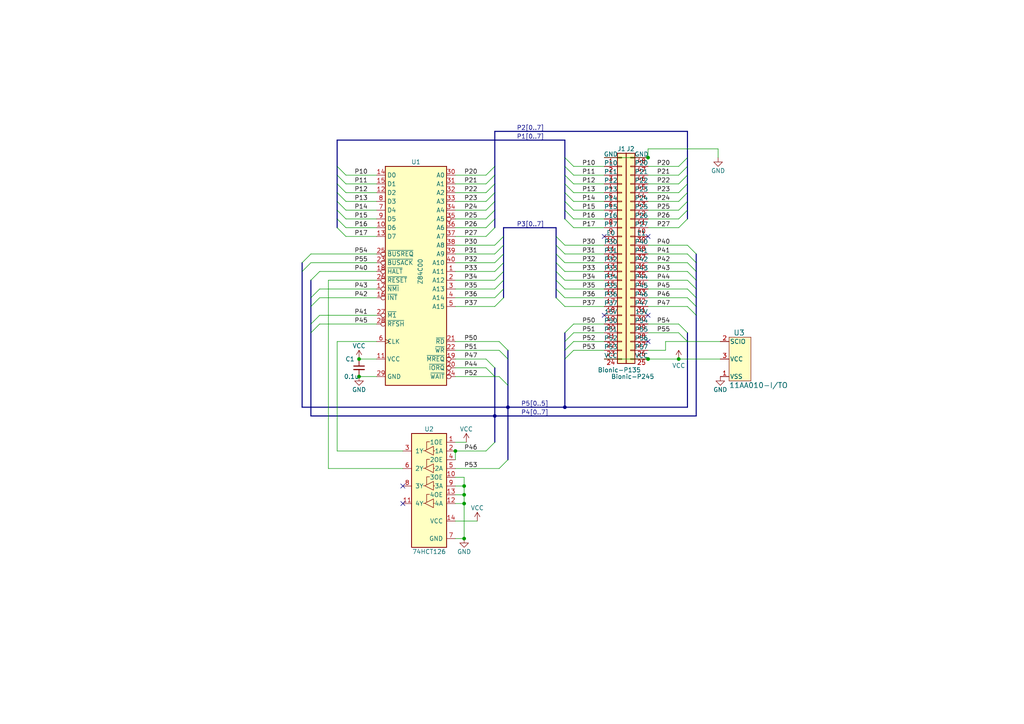
<source format=kicad_sch>
(kicad_sch (version 20230121) (generator eeschema)
  (paper "A4")
  (title_block (title "BionicZ80") (date "2022-01-20") (rev "1") (company "Tadashi G. Takaoka"))
  (lib_symbols
    (symbol "0-LocalLibrary:11AA010-I_TO" (pin_names (offset 0.254))
      (property "Reference" "U" (at 2.54 1.27 0))
      (property "Value" "11AA010-I/TO" (at 3.81 -13.97 0))
      (symbol "11AA010-I_TO_1_1"
        (rectangle (start 0 0) (end 6.35 -12.7) (fill (type background)))
        (pin power_in line (at -2.54 -11.43 0) (length 2.54) (name "VSS") (number "1"))
        (pin bidirectional line (at -2.54 -1.27 0) (length 2.54) (name "SCIO") (number "2"))
        (pin power_in line (at -2.54 -6.35 0) (length 2.54) (name "VCC") (number "3"))
      )
    )
    (symbol "0-LocalLibrary:74HCT126" (pin_names (offset 1.016))
      (property "Reference" "U" (at 0 16.51 0))
      (property "Value" "74HCT126" (at 0 -19.05 0))
      (symbol "74HCT126_0_1"
        (polyline (pts (xy -1.2954 10.2108) (xy -1.6002 10.2108)))
        (polyline (pts (xy 1.2954 10.2362) (xy 1.651 10.2362)))
        (polyline (pts (xy 0.7112 10.5664) (xy 0.7112 12.827) (xy -0.127 12.827) (xy -0.1016 12.827)))
      )
      (symbol "74HCT126_1_0"
        (polyline (pts (xy 1.27 10.2362) (xy -1.27 11.5062) (xy -1.27 8.9662) (xy 1.27 10.2362)) (stroke (width 0.1524)))
        (pin input line (at -7.62 12.7 0) (length 2.54) (name "1OE") (number "1"))
        (pin input line (at -7.62 2.54 0) (length 2.54) (name "3OE") (number "10"))
        (pin tri_state line (at 7.62 -5.08 180) (length 2.54) (name "4Y") (number "11"))
        (pin input line (at -7.62 -5.08 0) (length 2.54) (name "4A") (number "12"))
        (pin input line (at -7.62 -2.54 0) (length 2.54) (name "4OE") (number "13"))
        (pin power_in line (at -7.62 -10.16 0) (length 2.54) (name "VCC") (number "14"))
        (pin input line (at -7.62 10.16 0) (length 2.54) (name "1A") (number "2"))
        (pin tri_state line (at 7.62 10.16 180) (length 2.54) (name "1Y") (number "3"))
        (pin input line (at -7.62 7.62 0) (length 2.54) (name "2OE") (number "4"))
        (pin input line (at -7.62 5.08 0) (length 2.54) (name "2A") (number "5"))
        (pin tri_state line (at 7.62 5.08 180) (length 2.54) (name "2Y") (number "6"))
        (pin power_in line (at -7.62 -15.24 0) (length 2.54) (name "GND") (number "7"))
        (pin tri_state line (at 7.62 0 180) (length 2.54) (name "3Y") (number "8"))
        (pin input line (at -7.62 0 0) (length 2.54) (name "3A") (number "9"))
      )
      (symbol "74HCT126_1_1"
        (rectangle (start -5.08 15.24) (end 5.08 -17.78) (stroke (width 0.254)) (fill (type background)))
        (polyline (pts (xy -1.2954 -5.0292) (xy -1.6002 -5.0292)))
        (polyline (pts (xy -1.2954 0.0508) (xy -1.6002 0.0508)))
        (polyline (pts (xy -1.2954 5.1308) (xy -1.6002 5.1308)))
        (polyline (pts (xy 1.2954 -5.0038) (xy 1.651 -5.0038)))
        (polyline (pts (xy 1.2954 0.0762) (xy 1.651 0.0762)))
        (polyline (pts (xy 1.2954 5.1562) (xy 1.651 5.1562)))
        (polyline (pts (xy 0.7112 -4.6736) (xy 0.7112 -2.413) (xy -0.127 -2.413) (xy -0.1016 -2.413)))
        (polyline (pts (xy 0.7112 0.4064) (xy 0.7112 2.667) (xy -0.127 2.667) (xy -0.1016 2.667)))
        (polyline (pts (xy 0.7112 5.4864) (xy 0.7112 7.747) (xy -0.127 7.747) (xy -0.1016 7.747)))
        (polyline (pts (xy 1.27 -5.0038) (xy -1.27 -3.7338) (xy -1.27 -6.2738) (xy 1.27 -5.0038)) (stroke (width 0.1524)))
        (polyline (pts (xy 1.27 0.0762) (xy -1.27 1.3462) (xy -1.27 -1.1938) (xy 1.27 0.0762)) (stroke (width 0.1524)))
        (polyline (pts (xy 1.27 5.1562) (xy -1.27 6.4262) (xy -1.27 3.8862) (xy 1.27 5.1562)) (stroke (width 0.1524)))
      )
    )
    (symbol "0-LocalLibrary:Bionic-P135" (pin_names (offset 0))
      (property "Reference" "J" (at 0 30.48 0))
      (property "Value" "Bionic-P135" (at -1.27 -33.02 0))
      (symbol "Bionic-P135_1_1"
        (rectangle (start -1.27 -30.353) (end 0 -30.607) (stroke (width 0.1524)))
        (rectangle (start -1.27 -27.813) (end 0 -28.067) (stroke (width 0.1524)))
        (rectangle (start -1.27 -25.273) (end 0 -25.527) (stroke (width 0.1524)))
        (rectangle (start -1.27 -22.733) (end 0 -22.987) (stroke (width 0.1524)))
        (rectangle (start -1.27 -20.193) (end 0 -20.447) (stroke (width 0.1524)))
        (rectangle (start -1.27 -17.653) (end 0 -17.907) (stroke (width 0.1524)))
        (rectangle (start -1.27 -15.113) (end 0 -15.367) (stroke (width 0.1524)))
        (rectangle (start -1.27 -12.573) (end 0 -12.827) (stroke (width 0.1524)))
        (rectangle (start -1.27 -10.033) (end 0 -10.287) (stroke (width 0.1524)))
        (rectangle (start -1.27 -7.493) (end 0 -7.747) (stroke (width 0.1524)))
        (rectangle (start -1.27 -4.953) (end 0 -5.207) (stroke (width 0.1524)))
        (rectangle (start -1.27 -2.413) (end 0 -2.667) (stroke (width 0.1524)))
        (rectangle (start -1.27 0.127) (end 0 -0.127) (stroke (width 0.1524)))
        (rectangle (start -1.27 2.667) (end 0 2.413) (stroke (width 0.1524)))
        (rectangle (start -1.27 5.207) (end 0 4.953) (stroke (width 0.1524)))
        (rectangle (start -1.27 7.747) (end 0 7.493) (stroke (width 0.1524)))
        (rectangle (start -1.27 10.287) (end 0 10.033) (stroke (width 0.1524)))
        (rectangle (start -1.27 12.827) (end 0 12.573) (stroke (width 0.1524)))
        (rectangle (start -1.27 15.367) (end 0 15.113) (stroke (width 0.1524)))
        (rectangle (start -1.27 17.907) (end 0 17.653) (stroke (width 0.1524)))
        (rectangle (start -1.27 20.447) (end 0 20.193) (stroke (width 0.1524)))
        (rectangle (start -1.27 22.987) (end 0 22.733) (stroke (width 0.1524)))
        (rectangle (start -1.27 25.527) (end 0 25.273) (stroke (width 0.1524)))
        (rectangle (start -1.27 28.067) (end 0 27.813) (stroke (width 0.1524)))
        (rectangle (start -1.27 29.21) (end 1.27 -31.75) (stroke (width 0.254)) (fill (type background)))
        (pin power_out line (at -5.08 27.94 0) (length 3.81) (name "GND") (number "1"))
        (pin bidirectional line (at -5.08 5.08 0) (length 3.81) (name "E0") (number "10"))
        (pin bidirectional line (at -5.08 2.54 0) (length 3.81) (name "P30") (number "11"))
        (pin bidirectional line (at -5.08 0 0) (length 3.81) (name "P31") (number "12"))
        (pin bidirectional line (at -5.08 -2.54 0) (length 3.81) (name "P32") (number "13"))
        (pin bidirectional line (at -5.08 -5.08 0) (length 3.81) (name "P33") (number "14"))
        (pin bidirectional line (at -5.08 -7.62 0) (length 3.81) (name "P34") (number "15"))
        (pin bidirectional line (at -5.08 -10.16 0) (length 3.81) (name "P35") (number "16"))
        (pin bidirectional line (at -5.08 -12.7 0) (length 3.81) (name "P36") (number "17"))
        (pin bidirectional line (at -5.08 -15.24 0) (length 3.81) (name "P37") (number "18"))
        (pin power_out line (at -5.08 -17.78 0) (length 3.81) (name "15V") (number "19"))
        (pin bidirectional line (at -5.08 25.4 0) (length 3.81) (name "P10") (number "2"))
        (pin bidirectional line (at -5.08 -20.32 0) (length 3.81) (name "P50") (number "20"))
        (pin bidirectional line (at -5.08 -22.86 0) (length 3.81) (name "P51") (number "21"))
        (pin bidirectional line (at -5.08 -25.4 0) (length 3.81) (name "P52") (number "22"))
        (pin bidirectional line (at -5.08 -27.94 0) (length 3.81) (name "P53") (number "23"))
        (pin power_out line (at -5.08 -30.48 0) (length 3.81) (name "VCC") (number "24"))
        (pin bidirectional line (at -5.08 22.86 0) (length 3.81) (name "P11") (number "3"))
        (pin bidirectional line (at -5.08 20.32 0) (length 3.81) (name "P12") (number "4"))
        (pin bidirectional line (at -5.08 17.78 0) (length 3.81) (name "P13") (number "5"))
        (pin bidirectional line (at -5.08 15.24 0) (length 3.81) (name "P14") (number "6"))
        (pin bidirectional line (at -5.08 12.7 0) (length 3.81) (name "P15") (number "7"))
        (pin bidirectional line (at -5.08 10.16 0) (length 3.81) (name "P16") (number "8"))
        (pin bidirectional line (at -5.08 7.62 0) (length 3.81) (name "P17") (number "9"))
      )
    )
    (symbol "0-LocalLibrary:Bionic-P245" (pin_names (offset 0))
      (property "Reference" "J" (at -3.81 30.48 0))
      (property "Value" "Bionic-P245" (at -1.27 -33.02 0))
      (symbol "Bionic-P245_1_1"
        (rectangle (start -5.08 -31.75) (end -2.54 29.21) (stroke (width 0.254)) (fill (type background)))
        (rectangle (start -3.81 -30.607) (end -2.54 -30.353) (stroke (width 0.1524)))
        (rectangle (start -3.81 -28.067) (end -2.54 -27.813) (stroke (width 0.1524)))
        (rectangle (start -3.81 -25.527) (end -2.54 -25.273) (stroke (width 0.1524)))
        (rectangle (start -3.81 -22.987) (end -2.54 -22.733) (stroke (width 0.1524)))
        (rectangle (start -3.81 -20.447) (end -2.54 -20.193) (stroke (width 0.1524)))
        (rectangle (start -3.81 -17.907) (end -2.54 -17.653) (stroke (width 0.1524)))
        (rectangle (start -3.81 -15.367) (end -2.54 -15.113) (stroke (width 0.1524)))
        (rectangle (start -3.81 -12.827) (end -2.54 -12.573) (stroke (width 0.1524)))
        (rectangle (start -3.81 -10.287) (end -2.54 -10.033) (stroke (width 0.1524)))
        (rectangle (start -3.81 -7.747) (end -2.54 -7.493) (stroke (width 0.1524)))
        (rectangle (start -3.81 -5.207) (end -2.54 -4.953) (stroke (width 0.1524)))
        (rectangle (start -3.81 -2.667) (end -2.54 -2.413) (stroke (width 0.1524)))
        (rectangle (start -3.81 -0.127) (end -2.54 0.127) (stroke (width 0.1524)))
        (rectangle (start -3.81 2.413) (end -2.54 2.667) (stroke (width 0.1524)))
        (rectangle (start -3.81 4.953) (end -2.54 5.207) (stroke (width 0.1524)))
        (rectangle (start -3.81 7.493) (end -2.54 7.747) (stroke (width 0.1524)))
        (rectangle (start -3.81 10.033) (end -2.54 10.287) (stroke (width 0.1524)))
        (rectangle (start -3.81 12.573) (end -2.54 12.827) (stroke (width 0.1524)))
        (rectangle (start -3.81 15.113) (end -2.54 15.367) (stroke (width 0.1524)))
        (rectangle (start -3.81 17.653) (end -2.54 17.907) (stroke (width 0.1524)))
        (rectangle (start -3.81 20.193) (end -2.54 20.447) (stroke (width 0.1524)))
        (rectangle (start -3.81 22.733) (end -2.54 22.987) (stroke (width 0.1524)))
        (rectangle (start -3.81 25.273) (end -2.54 25.527) (stroke (width 0.1524)))
        (rectangle (start -3.81 27.813) (end -2.54 28.067) (stroke (width 0.1524)))
        (pin power_in line (at 1.27 -30.48 180) (length 3.81) (name "VCC") (number "25"))
        (pin bidirectional line (at 1.27 -27.94 180) (length 3.81) (name "P57") (number "26"))
        (pin bidirectional line (at 1.27 -25.4 180) (length 3.81) (name "P56") (number "27"))
        (pin bidirectional line (at 1.27 -22.86 180) (length 3.81) (name "P55") (number "28"))
        (pin bidirectional line (at 1.27 -20.32 180) (length 3.81) (name "P54") (number "29"))
        (pin power_in line (at 1.27 -17.78 180) (length 3.81) (name "15V") (number "30"))
        (pin bidirectional line (at 1.27 -15.24 180) (length 3.81) (name "P47") (number "31"))
        (pin bidirectional line (at 1.27 -12.7 180) (length 3.81) (name "P46") (number "32"))
        (pin bidirectional line (at 1.27 -10.16 180) (length 3.81) (name "P45") (number "33"))
        (pin bidirectional line (at 1.27 -7.62 180) (length 3.81) (name "P44") (number "34"))
        (pin bidirectional line (at 1.27 -5.08 180) (length 3.81) (name "P43") (number "35"))
        (pin bidirectional line (at 1.27 -2.54 180) (length 3.81) (name "P42") (number "36"))
        (pin bidirectional line (at 1.27 0 180) (length 3.81) (name "P41") (number "37"))
        (pin bidirectional line (at 1.27 2.54 180) (length 3.81) (name "P40") (number "38"))
        (pin bidirectional line (at 1.27 5.08 180) (length 3.81) (name "E1") (number "39"))
        (pin bidirectional line (at 1.27 7.62 180) (length 3.81) (name "P27") (number "40"))
        (pin bidirectional line (at 1.27 10.16 180) (length 3.81) (name "P26") (number "41"))
        (pin bidirectional line (at 1.27 12.7 180) (length 3.81) (name "P25") (number "42"))
        (pin bidirectional line (at 1.27 15.24 180) (length 3.81) (name "P24") (number "43"))
        (pin bidirectional line (at 1.27 17.78 180) (length 3.81) (name "P23") (number "44"))
        (pin bidirectional line (at 1.27 20.32 180) (length 3.81) (name "P22") (number "45"))
        (pin bidirectional line (at 1.27 22.86 180) (length 3.81) (name "P21") (number "46"))
        (pin bidirectional line (at 1.27 25.4 180) (length 3.81) (name "P20") (number "47"))
        (pin power_in line (at 1.27 27.94 180) (length 3.81) (name "GND") (number "48"))
      )
    )
    (symbol "0-LocalLibrary:Z84C00"
      (property "Reference" "U" (at -1.27 31.75 0))
      (property "Value" "Z84C00" (at 0 -3.81 90))
      (symbol "Z84C00_0_1"
        (rectangle (start -8.89 -33.02) (end 8.89 30.48) (stroke (width 0.254)) (fill (type background)))
      )
      (symbol "Z84C00_1_1"
        (pin output line (at 11.43 0 180) (length 2.54) (name "A11") (number "1"))
        (pin bidirectional line (at -11.43 12.7 0) (length 2.54) (name "D6") (number "10"))
        (pin power_in line (at -11.43 -25.4 0) (length 2.54) (name "VCC") (number "11"))
        (pin bidirectional line (at -11.43 22.86 0) (length 2.54) (name "D2") (number "12"))
        (pin bidirectional line (at -11.43 10.16 0) (length 2.54) (name "D7") (number "13"))
        (pin bidirectional line (at -11.43 27.94 0) (length 2.54) (name "D0") (number "14"))
        (pin bidirectional line (at -11.43 25.4 0) (length 2.54) (name "D1") (number "15"))
        (pin input inverted (at -11.43 -7.62 0) (length 2.54) (name "~{INT}") (number "16"))
        (pin input inverted (at -11.43 -5.08 0) (length 2.54) (name "~{NMI}") (number "17"))
        (pin output inverted (at -11.43 0 0) (length 2.54) (name "~{HALT}") (number "18"))
        (pin output inverted (at 11.43 -25.4 180) (length 2.54) (name "~{MREQ}") (number "19"))
        (pin output line (at 11.43 -2.54 180) (length 2.54) (name "A12") (number "2"))
        (pin output inverted (at 11.43 -27.94 180) (length 2.54) (name "~{IORQ}") (number "20"))
        (pin output line (at 11.43 -20.32 180) (length 2.54) (name "~{RD}") (number "21"))
        (pin output line (at 11.43 -22.86 180) (length 2.54) (name "~{WR}") (number "22"))
        (pin output inverted (at -11.43 2.54 0) (length 2.54) (name "~{BUSACK}") (number "23"))
        (pin input inverted (at 11.43 -30.48 180) (length 2.54) (name "~{WAIT}") (number "24"))
        (pin input inverted (at -11.43 5.08 0) (length 2.54) (name "~{BUSREQ}") (number "25"))
        (pin input inverted (at -11.43 -2.54 0) (length 2.54) (name "~{RESET}") (number "26"))
        (pin output inverted (at -11.43 -12.7 0) (length 2.54) (name "~{M1}") (number "27"))
        (pin output inverted (at -11.43 -15.24 0) (length 2.54) (name "~{RFSH}") (number "28"))
        (pin power_in line (at -11.43 -30.48 0) (length 2.54) (name "GND") (number "29"))
        (pin output line (at 11.43 -5.08 180) (length 2.54) (name "A13") (number "3"))
        (pin output line (at 11.43 27.94 180) (length 2.54) (name "A0") (number "30"))
        (pin output line (at 11.43 25.4 180) (length 2.54) (name "A1") (number "31"))
        (pin output line (at 11.43 22.86 180) (length 2.54) (name "A2") (number "32"))
        (pin output line (at 11.43 20.32 180) (length 2.54) (name "A3") (number "33"))
        (pin output line (at 11.43 17.78 180) (length 2.54) (name "A4") (number "34"))
        (pin output inverted (at 11.43 15.24 180) (length 2.54) (name "A5") (number "35"))
        (pin output line (at 11.43 12.7 180) (length 2.54) (name "A6") (number "36"))
        (pin output line (at 11.43 10.16 180) (length 2.54) (name "A7") (number "37"))
        (pin output line (at 11.43 7.62 180) (length 2.54) (name "A8") (number "38"))
        (pin output line (at 11.43 5.08 180) (length 2.54) (name "A9") (number "39"))
        (pin output line (at 11.43 -7.62 180) (length 2.54) (name "A14") (number "4"))
        (pin output line (at 11.43 2.54 180) (length 2.54) (name "A10") (number "40"))
        (pin output line (at 11.43 -10.16 180) (length 2.54) (name "A15") (number "5"))
        (pin input clock (at -11.43 -20.32 0) (length 2.54) (name "CLK") (number "6"))
        (pin bidirectional line (at -11.43 17.78 0) (length 2.54) (name "D4") (number "7"))
        (pin bidirectional line (at -11.43 20.32 0) (length 2.54) (name "D3") (number "8"))
        (pin bidirectional line (at -11.43 15.24 0) (length 2.54) (name "D5") (number "9"))
      )
    )
    (symbol "Device:C_Small" (pin_numbers hide) (pin_names (offset 0.254) hide)
      (property "Reference" "C" (at 0.254 1.778 0))
      (property "Value" "C_Small" (at 0.254 -2.032 0))
      (symbol "C_Small_0_1"
        (polyline (pts (xy -1.524 -0.508) (xy 1.524 -0.508)) (stroke (width 0.3302)))
        (polyline (pts (xy -1.524 0.508) (xy 1.524 0.508)) (stroke (width 0.3048)))
      )
      (symbol "C_Small_1_1"
        (pin passive line (at 0 2.54 270) (length 2.032) (name "~") (number "1"))
        (pin passive line (at 0 -2.54 90) (length 2.032) (name "~") (number "2"))
      )
    )
    (symbol "power:GND" (power) (pin_names (offset 0))
      (property "Value" "GND" (at 0 -3.81 0))
      (symbol "GND_0_1"
        (polyline (pts (xy 0 0) (xy 0 -1.27) (xy 1.27 -1.27) (xy 0 -2.54) (xy -1.27 -1.27) (xy 0 -1.27)))
      )
      (symbol "GND_1_1"
        (pin power_in line (at 0 0 270) (length 0) hide (name "GND") (number "1"))
      )
    )
    (symbol "power:VCC" (power) (pin_names (offset 0))
      (property "Value" "VCC" (at 0 3.81 0))
      (symbol "VCC_0_1"
        (polyline (pts (xy -0.762 1.27) (xy 0 2.54)))
        (polyline (pts (xy 0 0) (xy 0 2.54)))
        (polyline (pts (xy 0 2.54) (xy 0.762 1.27)))
      )
      (symbol "VCC_1_1"
        (pin power_in line (at 0 0 90) (length 0) hide (name "VCC") (number "1"))
      )
    )
  )
  (junction (at 134.62 156.21))
  (junction (at 132.08 130.81))
  (junction (at 187.96 104.14))
  (junction (at 104.14 104.14))
  (junction (at 134.62 140.97))
  (junction (at 143.51 120.65))
  (junction (at 196.85 104.14))
  (junction (at 134.62 146.05))
  (junction (at 104.14 109.22))
  (junction (at 187.96 45.72))
  (junction (at 147.32 118.11))
  (junction (at 134.62 143.51))
  (junction (at 163.83 118.11))
  (no_connect (at 116.84 146.05))
  (no_connect (at 175.26 68.58))
  (no_connect (at 187.96 68.58))
  (no_connect (at 187.96 91.44))
  (no_connect (at 187.96 99.06))
  (no_connect (at 116.84 140.97))
  (no_connect (at 175.26 91.44))
  (bus_entry (at 199.39 63.5) (size -2.54 2.54))
  (bus_entry (at 92.71 93.98) (size -2.54 2.54))
  (bus_entry (at 146.05 83.82) (size -2.54 2.54))
  (bus_entry (at 161.29 86.36) (size 2.54 2.54))
  (bus_entry (at 147.32 111.76) (size -2.54 -2.54))
  (bus_entry (at 143.51 76.2) (size 2.54 -2.54))
  (bus_entry (at 147.32 104.14) (size -2.54 -2.54))
  (bus_entry (at 166.37 58.42) (size -2.54 -2.54))
  (bus_entry (at 146.05 86.36) (size -2.54 2.54))
  (bus_entry (at 199.39 48.26) (size -2.54 2.54))
  (bus_entry (at 147.32 133.35) (size -2.54 2.54))
  (bus_entry (at 143.51 73.66) (size 2.54 -2.54))
  (bus_entry (at 163.83 99.06) (size 2.54 -2.54))
  (bus_entry (at 143.51 55.88) (size -2.54 2.54))
  (bus_entry (at 163.83 101.6) (size 2.54 -2.54))
  (bus_entry (at 87.63 78.74) (size 2.54 -2.54))
  (bus_entry (at 100.33 50.8) (size -2.54 -2.54))
  (bus_entry (at 199.39 76.2) (size 2.54 2.54))
  (bus_entry (at 199.39 55.88) (size -2.54 2.54))
  (bus_entry (at 166.37 63.5) (size -2.54 -2.54))
  (bus_entry (at 199.39 50.8) (size -2.54 2.54))
  (bus_entry (at 199.39 88.9) (size 2.54 2.54))
  (bus_entry (at 100.33 63.5) (size -2.54 -2.54))
  (bus_entry (at 166.37 66.04) (size -2.54 -2.54))
  (bus_entry (at 199.39 73.66) (size 2.54 2.54))
  (bus_entry (at 166.37 48.26) (size -2.54 -2.54))
  (bus_entry (at 143.51 128.27) (size -2.54 2.54))
  (bus_entry (at 161.29 83.82) (size 2.54 2.54))
  (bus_entry (at 143.51 78.74) (size 2.54 -2.54))
  (bus_entry (at 147.32 101.6) (size -2.54 -2.54))
  (bus_entry (at 143.51 63.5) (size -2.54 2.54))
  (bus_entry (at 199.39 78.74) (size 2.54 2.54))
  (bus_entry (at 143.51 109.22) (size -2.54 -2.54))
  (bus_entry (at 143.51 66.04) (size -2.54 2.54))
  (bus_entry (at 100.33 55.88) (size -2.54 -2.54))
  (bus_entry (at 199.39 83.82) (size 2.54 2.54))
  (bus_entry (at 166.37 53.34) (size -2.54 -2.54))
  (bus_entry (at 199.39 71.12) (size 2.54 2.54))
  (bus_entry (at 143.51 60.96) (size -2.54 2.54))
  (bus_entry (at 143.51 106.68) (size -2.54 -2.54))
  (bus_entry (at 196.85 96.52) (size 2.54 2.54))
  (bus_entry (at 92.71 91.44) (size -2.54 2.54))
  (bus_entry (at 161.29 81.28) (size 2.54 2.54))
  (bus_entry (at 161.29 73.66) (size 2.54 2.54))
  (bus_entry (at 166.37 101.6) (size -2.54 2.54))
  (bus_entry (at 199.39 60.96) (size -2.54 2.54))
  (bus_entry (at 199.39 81.28) (size 2.54 2.54))
  (bus_entry (at 199.39 53.34) (size -2.54 2.54))
  (bus_entry (at 161.29 71.12) (size 2.54 2.54))
  (bus_entry (at 143.51 48.26) (size -2.54 2.54))
  (bus_entry (at 100.33 66.04) (size -2.54 -2.54))
  (bus_entry (at 92.71 78.74) (size -2.54 2.54))
  (bus_entry (at 161.29 68.58) (size 2.54 2.54))
  (bus_entry (at 166.37 55.88) (size -2.54 -2.54))
  (bus_entry (at 196.85 48.26) (size 2.54 -2.54))
  (bus_entry (at 92.71 86.36) (size -2.54 2.54))
  (bus_entry (at 100.33 53.34) (size -2.54 -2.54))
  (bus_entry (at 100.33 68.58) (size -2.54 -2.54))
  (bus_entry (at 143.51 53.34) (size -2.54 2.54))
  (bus_entry (at 92.71 83.82) (size -2.54 2.54))
  (bus_entry (at 146.05 81.28) (size -2.54 2.54))
  (bus_entry (at 143.51 50.8) (size -2.54 2.54))
  (bus_entry (at 163.83 96.52) (size 2.54 -2.54))
  (bus_entry (at 143.51 58.42) (size -2.54 2.54))
  (bus_entry (at 199.39 58.42) (size -2.54 2.54))
  (bus_entry (at 166.37 60.96) (size -2.54 -2.54))
  (bus_entry (at 146.05 78.74) (size -2.54 2.54))
  (bus_entry (at 161.29 76.2) (size 2.54 2.54))
  (bus_entry (at 100.33 60.96) (size -2.54 -2.54))
  (bus_entry (at 199.39 86.36) (size 2.54 2.54))
  (bus_entry (at 166.37 50.8) (size -2.54 -2.54))
  (bus_entry (at 143.51 71.12) (size 2.54 -2.54))
  (bus_entry (at 87.63 76.2) (size 2.54 -2.54))
  (bus_entry (at 161.29 78.74) (size 2.54 2.54))
  (bus_entry (at 196.85 93.98) (size 2.54 2.54))
  (bus_entry (at 100.33 58.42) (size -2.54 -2.54))
  (wire (pts (xy 163.83 81.28) (xy 175.26 81.28)))
  (wire (pts (xy 163.83 86.36) (xy 175.26 86.36)))
  (wire (pts (xy 132.08 66.04) (xy 140.97 66.04)))
  (bus (pts (xy 199.39 96.52) (xy 199.39 99.06)))
  (wire (pts (xy 132.08 109.22) (xy 143.51 109.22)))
  (bus (pts (xy 163.83 101.6) (xy 163.83 104.14)))
  (bus (pts (xy 199.39 60.96) (xy 199.39 63.5)))
  (bus (pts (xy 161.29 78.74) (xy 161.29 81.28)))
  (bus (pts (xy 199.39 48.26) (xy 199.39 50.8)))
  (bus (pts (xy 163.83 58.42) (xy 163.83 60.96)))
  (wire (pts (xy 132.08 130.81) (xy 140.97 130.81)))
  (wire (pts (xy 132.08 58.42) (xy 140.97 58.42)))
  (bus (pts (xy 97.79 40.64) (xy 163.83 40.64)))
  (wire (pts (xy 187.96 55.88) (xy 196.85 55.88)))
  (bus (pts (xy 90.17 86.36) (xy 90.17 88.9)))
  (bus (pts (xy 201.93 78.74) (xy 201.93 81.28)))
  (bus (pts (xy 199.39 50.8) (xy 199.39 53.34)))
  (bus (pts (xy 90.17 120.65) (xy 143.51 120.65)))
  (bus (pts (xy 199.39 58.42) (xy 199.39 60.96)))
  (wire (pts (xy 132.08 68.58) (xy 140.97 68.58)))
  (wire (pts (xy 175.26 48.26) (xy 166.37 48.26)))
  (wire (pts (xy 90.17 73.66) (xy 109.22 73.66)))
  (bus (pts (xy 163.83 53.34) (xy 163.83 55.88)))
  (bus (pts (xy 199.39 53.34) (xy 199.39 55.88)))
  (wire (pts (xy 175.26 50.8) (xy 166.37 50.8)))
  (wire (pts (xy 132.08 128.27) (xy 135.255 128.27)))
  (wire (pts (xy 104.14 109.22) (xy 109.22 109.22)))
  (wire (pts (xy 163.83 88.9) (xy 175.26 88.9)))
  (bus (pts (xy 147.32 118.11) (xy 147.32 133.35)))
  (wire (pts (xy 187.96 71.12) (xy 199.39 71.12)))
  (wire (pts (xy 187.96 96.52) (xy 196.85 96.52)))
  (wire (pts (xy 90.17 76.2) (xy 109.22 76.2)))
  (wire (pts (xy 187.96 78.74) (xy 199.39 78.74)))
  (wire (pts (xy 196.85 104.14) (xy 208.915 104.14)))
  (wire (pts (xy 187.96 86.36) (xy 199.39 86.36)))
  (wire (pts (xy 134.62 156.21) (xy 132.08 156.21)))
  (wire (pts (xy 175.26 60.96) (xy 166.37 60.96)))
  (wire (pts (xy 134.62 143.51) (xy 134.62 146.05)))
  (wire (pts (xy 109.22 58.42) (xy 100.33 58.42)))
  (bus (pts (xy 163.83 96.52) (xy 163.83 99.06)))
  (wire (pts (xy 132.08 140.97) (xy 134.62 140.97)))
  (wire (pts (xy 134.62 138.43) (xy 134.62 140.97)))
  (wire (pts (xy 163.83 76.2) (xy 175.26 76.2)))
  (wire (pts (xy 132.08 99.06) (xy 144.78 99.06)))
  (wire (pts (xy 134.62 140.97) (xy 134.62 143.51)))
  (bus (pts (xy 143.51 58.42) (xy 143.51 60.96)))
  (wire (pts (xy 187.96 83.82) (xy 199.39 83.82)))
  (bus (pts (xy 90.17 96.52) (xy 90.17 120.65)))
  (bus (pts (xy 163.83 60.96) (xy 163.83 63.5)))
  (wire (pts (xy 132.08 83.82) (xy 143.51 83.82)))
  (bus (pts (xy 163.83 40.64) (xy 163.83 45.72)))
  (wire (pts (xy 166.37 93.98) (xy 175.26 93.98)))
  (wire (pts (xy 132.08 81.28) (xy 143.51 81.28)))
  (wire (pts (xy 187.96 53.34) (xy 196.85 53.34)))
  (wire (pts (xy 109.22 55.88) (xy 100.33 55.88)))
  (wire (pts (xy 132.08 63.5) (xy 140.97 63.5)))
  (bus (pts (xy 97.79 53.34) (xy 97.79 55.88)))
  (wire (pts (xy 97.79 99.06) (xy 109.22 99.06)))
  (wire (pts (xy 193.04 99.06) (xy 199.39 99.06)))
  (bus (pts (xy 161.29 66.04) (xy 161.29 68.58)))
  (wire (pts (xy 187.96 76.2) (xy 199.39 76.2)))
  (wire (pts (xy 92.71 78.74) (xy 109.22 78.74)))
  (wire (pts (xy 132.08 86.36) (xy 143.51 86.36)))
  (wire (pts (xy 132.08 146.05) (xy 134.62 146.05)))
  (wire (pts (xy 109.22 93.98) (xy 92.71 93.98)))
  (bus (pts (xy 143.51 63.5) (xy 143.51 66.04)))
  (bus (pts (xy 143.51 120.65) (xy 143.51 128.27)))
  (bus (pts (xy 147.32 111.76) (xy 147.32 118.11)))
  (wire (pts (xy 187.96 60.96) (xy 196.85 60.96)))
  (bus (pts (xy 97.79 63.5) (xy 97.79 66.04)))
  (bus (pts (xy 199.39 55.88) (xy 199.39 58.42)))
  (wire (pts (xy 95.25 81.28) (xy 109.22 81.28)))
  (bus (pts (xy 146.05 73.66) (xy 146.05 76.2)))
  (bus (pts (xy 163.83 99.06) (xy 163.83 101.6)))
  (wire (pts (xy 132.08 53.34) (xy 140.97 53.34)))
  (wire (pts (xy 175.26 66.04) (xy 166.37 66.04)))
  (bus (pts (xy 199.39 38.1) (xy 199.39 45.72)))
  (bus (pts (xy 201.93 81.28) (xy 201.93 83.82)))
  (wire (pts (xy 175.26 53.34) (xy 166.37 53.34)))
  (wire (pts (xy 109.22 68.58) (xy 100.33 68.58)))
  (bus (pts (xy 163.83 50.8) (xy 163.83 53.34)))
  (bus (pts (xy 201.93 91.44) (xy 201.93 120.65)))
  (bus (pts (xy 97.79 40.64) (xy 97.79 48.26)))
  (wire (pts (xy 132.08 50.8) (xy 140.97 50.8)))
  (bus (pts (xy 161.29 83.82) (xy 161.29 86.36)))
  (wire (pts (xy 95.25 81.28) (xy 95.25 135.89)))
  (wire (pts (xy 166.37 101.6) (xy 175.26 101.6)))
  (wire (pts (xy 97.79 130.81) (xy 116.84 130.81)))
  (wire (pts (xy 163.83 83.82) (xy 175.26 83.82)))
  (wire (pts (xy 208.28 43.18) (xy 208.28 45.72)))
  (wire (pts (xy 163.83 71.12) (xy 175.26 71.12)))
  (wire (pts (xy 109.22 53.34) (xy 100.33 53.34)))
  (bus (pts (xy 97.79 55.88) (xy 97.79 58.42)))
  (wire (pts (xy 187.96 81.28) (xy 199.39 81.28)))
  (bus (pts (xy 161.29 73.66) (xy 161.29 76.2)))
  (wire (pts (xy 132.08 143.51) (xy 134.62 143.51)))
  (wire (pts (xy 95.25 135.89) (xy 116.84 135.89)))
  (wire (pts (xy 187.96 93.98) (xy 196.85 93.98)))
  (bus (pts (xy 201.93 86.36) (xy 201.93 88.9)))
  (bus (pts (xy 199.39 45.72) (xy 199.39 48.26)))
  (wire (pts (xy 132.08 78.74) (xy 143.51 78.74)))
  (wire (pts (xy 109.22 50.8) (xy 100.33 50.8)))
  (bus (pts (xy 163.83 48.26) (xy 163.83 50.8)))
  (bus (pts (xy 146.05 83.82) (xy 146.05 86.36)))
  (wire (pts (xy 97.79 99.06) (xy 97.79 130.81)))
  (wire (pts (xy 187.96 48.26) (xy 196.85 48.26)))
  (wire (pts (xy 132.08 88.9) (xy 143.51 88.9)))
  (wire (pts (xy 187.96 43.18) (xy 208.28 43.18)))
  (wire (pts (xy 132.08 104.14) (xy 140.97 104.14)))
  (wire (pts (xy 175.26 58.42) (xy 166.37 58.42)))
  (bus (pts (xy 97.79 50.8) (xy 97.79 53.34)))
  (bus (pts (xy 163.83 104.14) (xy 163.83 118.11)))
  (bus (pts (xy 147.32 104.14) (xy 147.32 111.76)))
  (wire (pts (xy 187.96 63.5) (xy 196.85 63.5)))
  (bus (pts (xy 199.39 99.06) (xy 199.39 118.11)))
  (wire (pts (xy 132.08 55.88) (xy 140.97 55.88)))
  (bus (pts (xy 87.63 118.11) (xy 87.63 78.74)))
  (wire (pts (xy 166.37 96.52) (xy 175.26 96.52)))
  (bus (pts (xy 163.83 45.72) (xy 163.83 48.26)))
  (wire (pts (xy 187.96 104.14) (xy 196.85 104.14)))
  (bus (pts (xy 143.51 48.26) (xy 143.51 50.8)))
  (bus (pts (xy 143.51 38.1) (xy 199.39 38.1)))
  (bus (pts (xy 201.93 83.82) (xy 201.93 86.36)))
  (bus (pts (xy 161.29 76.2) (xy 161.29 78.74)))
  (wire (pts (xy 132.08 60.96) (xy 140.97 60.96)))
  (wire (pts (xy 132.08 73.66) (xy 143.51 73.66)))
  (bus (pts (xy 143.51 50.8) (xy 143.51 53.34)))
  (bus (pts (xy 146.05 66.04) (xy 161.29 66.04)))
  (bus (pts (xy 161.29 68.58) (xy 161.29 71.12)))
  (wire (pts (xy 143.51 109.22) (xy 144.78 109.22)))
  (bus (pts (xy 90.17 93.98) (xy 90.17 96.52)))
  (wire (pts (xy 166.37 99.06) (xy 175.26 99.06)))
  (bus (pts (xy 201.93 88.9) (xy 201.93 91.44)))
  (wire (pts (xy 132.08 106.68) (xy 140.97 106.68)))
  (wire (pts (xy 132.08 71.12) (xy 143.51 71.12)))
  (wire (pts (xy 132.08 138.43) (xy 134.62 138.43)))
  (bus (pts (xy 161.29 81.28) (xy 161.29 83.82)))
  (wire (pts (xy 109.22 86.36) (xy 92.71 86.36)))
  (wire (pts (xy 175.26 104.14) (xy 187.96 104.14)))
  (bus (pts (xy 143.51 106.68) (xy 143.51 109.22)))
  (bus (pts (xy 146.05 76.2) (xy 146.05 78.74)))
  (wire (pts (xy 187.96 50.8) (xy 196.85 50.8)))
  (wire (pts (xy 109.22 63.5) (xy 100.33 63.5)))
  (bus (pts (xy 146.05 78.74) (xy 146.05 81.28)))
  (bus (pts (xy 97.79 60.96) (xy 97.79 63.5)))
  (wire (pts (xy 187.96 43.18) (xy 187.96 45.72)))
  (bus (pts (xy 87.63 78.74) (xy 87.63 76.2)))
  (wire (pts (xy 134.62 146.05) (xy 134.62 156.21)))
  (wire (pts (xy 132.08 101.6) (xy 144.78 101.6)))
  (bus (pts (xy 143.51 55.88) (xy 143.51 58.42)))
  (wire (pts (xy 187.96 88.9) (xy 199.39 88.9)))
  (bus (pts (xy 201.93 73.66) (xy 201.93 76.2)))
  (bus (pts (xy 97.79 48.26) (xy 97.79 50.8)))
  (wire (pts (xy 193.04 101.6) (xy 193.04 99.06)))
  (bus (pts (xy 143.51 60.96) (xy 143.51 63.5)))
  (wire (pts (xy 92.71 91.44) (xy 109.22 91.44)))
  (wire (pts (xy 163.83 78.74) (xy 175.26 78.74)))
  (bus (pts (xy 90.17 88.9) (xy 90.17 93.98)))
  (wire (pts (xy 132.08 130.81) (xy 132.08 133.35)))
  (bus (pts (xy 146.05 68.58) (xy 146.05 66.04)))
  (wire (pts (xy 132.08 151.13) (xy 138.43 151.13)))
  (bus (pts (xy 201.93 76.2) (xy 201.93 78.74)))
  (wire (pts (xy 175.26 55.88) (xy 166.37 55.88)))
  (bus (pts (xy 161.29 71.12) (xy 161.29 73.66)))
  (bus (pts (xy 143.51 109.22) (xy 143.51 120.65)))
  (wire (pts (xy 187.96 73.66) (xy 199.39 73.66)))
  (wire (pts (xy 175.26 45.72) (xy 187.96 45.72)))
  (wire (pts (xy 109.22 83.82) (xy 92.71 83.82)))
  (bus (pts (xy 143.51 38.1) (xy 143.51 48.26)))
  (bus (pts (xy 87.63 118.11) (xy 147.32 118.11)))
  (bus (pts (xy 90.17 81.28) (xy 90.17 86.36)))
  (wire (pts (xy 132.08 76.2) (xy 143.51 76.2)))
  (wire (pts (xy 199.39 99.06) (xy 208.915 99.06)))
  (bus (pts (xy 146.05 81.28) (xy 146.05 83.82)))
  (wire (pts (xy 109.22 60.96) (xy 100.33 60.96)))
  (bus (pts (xy 147.32 118.11) (xy 163.83 118.11)))
  (bus (pts (xy 146.05 68.58) (xy 146.05 71.12)))
  (wire (pts (xy 132.08 135.89) (xy 144.78 135.89)))
  (wire (pts (xy 163.83 73.66) (xy 175.26 73.66)))
  (bus (pts (xy 97.79 58.42) (xy 97.79 60.96)))
  (wire (pts (xy 187.96 101.6) (xy 193.04 101.6)))
  (wire (pts (xy 187.96 58.42) (xy 196.85 58.42)))
  (bus (pts (xy 146.05 71.12) (xy 146.05 73.66)))
  (wire (pts (xy 175.26 63.5) (xy 166.37 63.5)))
  (bus (pts (xy 143.51 53.34) (xy 143.51 55.88)))
  (wire (pts (xy 104.14 104.14) (xy 109.22 104.14)))
  (bus (pts (xy 147.32 101.6) (xy 147.32 104.14)))
  (bus (pts (xy 143.51 120.65) (xy 201.93 120.65)))
  (bus (pts (xy 163.83 118.11) (xy 199.39 118.11)))
  (wire (pts (xy 109.22 66.04) (xy 100.33 66.04)))
  (wire (pts (xy 187.96 66.04) (xy 196.85 66.04)))
  (bus (pts (xy 163.83 55.88) (xy 163.83 58.42)))
  (label "P45" (at 190.5 83.82 0))
  (label "P31" (at 134.62 73.66 0))
  (label "P27" (at 134.62 68.58 0))
  (label "P54" (at 190.5 93.98 0))
  (label "P44" (at 190.5 81.28 0))
  (label "P32" (at 134.62 76.2 0))
  (label "P40" (at 106.68 78.74 180))
  (label "P41" (at 106.68 91.44 180))
  (label "P25" (at 134.62 63.5 0))
  (label "P36" (at 134.62 86.36 0))
  (label "P51" (at 134.62 101.6 0))
  (label "P53" (at 172.72 101.6 180))
  (label "P22" (at 190.5 53.34 0))
  (label "P34" (at 134.62 81.28 0))
  (label "P51" (at 172.72 96.52 180))
  (label "P42" (at 190.5 76.2 0))
  (label "P52" (at 134.62 109.22 0))
  (label "P5[0..5]" (at 151.13 118.11 0))
  (label "P17" (at 106.68 68.58 180))
  (label "P21" (at 190.5 50.8 0))
  (label "P14" (at 172.72 58.42 180))
  (label "P25" (at 190.5 60.96 0))
  (label "P33" (at 134.62 78.74 0))
  (label "P47" (at 134.62 104.14 0))
  (label "P44" (at 134.62 106.68 0))
  (label "P30" (at 134.62 71.12 0))
  (label "P30" (at 172.72 71.12 180))
  (label "P13" (at 172.72 55.88 180))
  (label "P21" (at 134.62 53.34 0))
  (label "P20" (at 134.62 50.8 0))
  (label "P46" (at 190.5 86.36 0))
  (label "P22" (at 134.62 55.88 0))
  (label "P26" (at 134.62 66.04 0))
  (label "P24" (at 134.62 60.96 0))
  (label "P15" (at 172.72 60.96 180))
  (label "P1[0..7]" (at 149.86 40.64 0))
  (label "P55" (at 190.5 96.52 0))
  (label "P53" (at 134.62 135.89 0))
  (label "P42" (at 106.68 86.36 180))
  (label "P14" (at 106.68 60.96 180))
  (label "P17" (at 172.72 66.04 180))
  (label "P43" (at 106.68 83.82 180))
  (label "P50" (at 172.72 93.98 180))
  (label "P50" (at 134.62 99.06 0))
  (label "P32" (at 172.72 76.2 180))
  (label "P24" (at 190.5 58.42 0))
  (label "P43" (at 190.5 78.74 0))
  (label "P23" (at 190.5 55.88 0))
  (label "P35" (at 134.62 83.82 0))
  (label "P36" (at 172.72 86.36 180))
  (label "P15" (at 106.68 63.5 180))
  (label "P52" (at 172.72 99.06 180))
  (label "P12" (at 106.68 55.88 180))
  (label "P34" (at 172.72 81.28 180))
  (label "P31" (at 172.72 73.66 180))
  (label "P35" (at 172.72 83.82 180))
  (label "P11" (at 106.68 53.34 180))
  (label "P41" (at 190.5 73.66 0))
  (label "P16" (at 106.68 66.04 180))
  (label "P10" (at 172.72 48.26 180))
  (label "P45" (at 106.68 93.98 180))
  (label "P55" (at 106.68 76.2 180))
  (label "P13" (at 106.68 58.42 180))
  (label "P3[0..7]" (at 149.86 66.04 0))
  (label "P12" (at 172.72 53.34 180))
  (label "P16" (at 172.72 63.5 180))
  (label "P37" (at 134.62 88.9 0))
  (label "P33" (at 172.72 78.74 180))
  (label "P4[0..7]" (at 151.13 120.65 0))
  (label "P47" (at 190.5 88.9 0))
  (label "P2[0..7]" (at 149.86 38.1 0))
  (label "P11" (at 172.72 50.8 180))
  (label "P40" (at 190.5 71.12 0))
  (label "P20" (at 190.5 48.26 0))
  (label "P26" (at 190.5 63.5 0))
  (label "P46" (at 134.62 130.81 0))
  (label "P10" (at 106.68 50.8 180))
  (label "P27" (at 190.5 66.04 0))
  (label "P54" (at 106.68 73.66 180))
  (label "P37" (at 172.72 88.9 180))
  (label "P23" (at 134.62 58.42 0))
  (symbol (lib_id "Device:C_Small") (at 104.14 106.68 0) (mirror y) (unit 1)
    (property "Reference" "C1" (at 102.87 104.14 0) (effects (justify left)))
    (property "Value" "0.1u" (at 104.14 109.22 0) (effects (justify left)))
    (property "Footprint" "Capacitor_THT:C_Disc_D3.4mm_W2.1mm_P2.50mm" (effects hide))
  )
  (symbol (lib_id "0-LocalLibrary:74HCT126") (at 124.46 140.97 0) (mirror y) (unit 1)
    (property "Reference" "U2" (at 124.46 124.46 0))
    (property "Value" "74HCT126" (at 124.46 160.02 0))
    (property "Footprint" "Package_DIP:DIP-14_W7.62mm" (effects hide))
    (property "Datasheet" "https://www.ti.com/lit/ds/symlink/cd74hct126.pdf" (effects hide))
  )
  (symbol (lib_id "0-LocalLibrary:Z84C00") (at 120.65 78.74 0) (unit 1)
    (property "Reference" "U1" (at 120.65 46.99 0))
    (property "Value" "Z84C00" (at 121.92 78.74 90))
    (property "Footprint" "Package_DIP:DIP-40_W15.24mm" (effects hide))
    (property "Datasheet" "https://pdf1.alldatasheet.com/datasheet-pdf/view/78372/ZILOG/Z8400.html" (effects hide))
  )
  (symbol (lib_id "0-LocalLibrary:Bionic-P135") (at 180.34 73.66 0) (unit 1)
    (property "Reference" "J1" (at 179.07 43.18 0) (effects (justify left)))
    (property "Value" "Bionic-P135" (at 173.355 107.315 0) (effects (justify left)))
    (property "Footprint" "connector:Bionic-P135_Vertical" (effects hide))
  )
  (symbol (lib_id "power:VCC") (at 135.255 128.27 0) (unit 1)
    (property "Reference" "#PWR06" (effects hide))
    (property "Value" "VCC" (at 135.255 124.46 0))
  )
  (symbol (lib_id "power:GND") (at 134.62 156.21 0) (unit 1)
    (property "Reference" "#PWR02" (effects hide))
    (property "Value" "GND" (at 134.62 160.02 0))
  )
  (symbol (lib_id "power:GND") (at 208.28 45.72 0) (unit 1)
    (property "Reference" "#PWR01" (effects hide))
    (property "Value" "GND" (at 208.28 49.53 0))
  )
  (symbol (lib_id "power:VCC") (at 138.43 151.13 0) (unit 1)
    (property "Reference" "#PWR07" (effects hide))
    (property "Value" "VCC" (at 138.43 147.32 0))
  )
  (symbol (lib_id "power:GND") (at 104.14 109.22 0) (unit 1)
    (property "Reference" "#PWR03" (effects hide))
    (property "Value" "GND" (at 104.14 113.03 0))
  )
  (symbol (lib_id "0-LocalLibrary:11AA010-I_TO") (at 211.455 97.79 0) (unit 1)
    (property "Reference" "U3" (at 212.725 96.52 0) (effects (font (size 1.524 1.524)) (justify left)))
    (property "Value" "11AA010-I/TO" (at 211.455 111.76 0) (effects (font (size 1.524 1.524)) (justify left)))
    (property "Footprint" "TO-92_MC_MCH" (effects hide))
    (property "Datasheet" "11AA010-I/TO" (effects hide))
  )
  (symbol (lib_id "power:GND") (at 208.915 109.22 0) (unit 1)
    (property "Reference" "#PWR08" (effects hide))
    (property "Value" "GND" (at 208.915 113.03 0))
  )
  (symbol (lib_id "power:VCC") (at 196.85 104.14 0) (unit 1)
    (property "Reference" "#PWR04" (effects hide))
    (property "Value" "VCC" (at 196.85 106.045 0))
  )
  (symbol (lib_id "0-LocalLibrary:Bionic-P245") (at 186.69 73.66 0) (unit 1)
    (property "Reference" "J2" (at 182.88 43.18 0))
    (property "Value" "Bionic-P245" (at 183.515 109.22 0))
    (property "Footprint" "connector:Bionic-P245_Vertical" (effects hide))
  )
  (symbol (lib_id "power:VCC") (at 104.14 104.14 0) (unit 1)
    (property "Reference" "#PWR05" (effects hide))
    (property "Value" "VCC" (at 104.14 100.33 0))
  )
)
</source>
